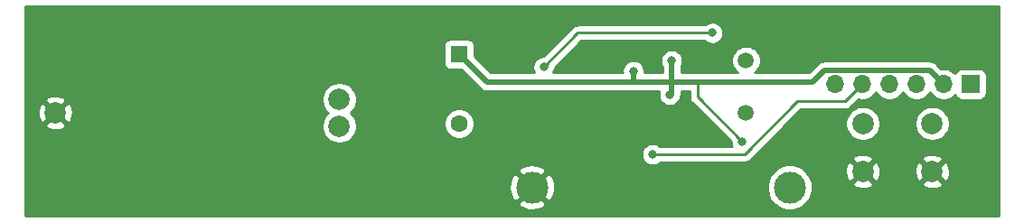
<source format=gbl>
G04 #@! TF.GenerationSoftware,KiCad,Pcbnew,(5.1.9)-1*
G04 #@! TF.CreationDate,2021-06-09T23:23:04+02:00*
G04 #@! TF.ProjectId,window_sensor,77696e64-6f77-45f7-9365-6e736f722e6b,rev?*
G04 #@! TF.SameCoordinates,Original*
G04 #@! TF.FileFunction,Copper,L2,Bot*
G04 #@! TF.FilePolarity,Positive*
%FSLAX46Y46*%
G04 Gerber Fmt 4.6, Leading zero omitted, Abs format (unit mm)*
G04 Created by KiCad (PCBNEW (5.1.9)-1) date 2021-06-09 23:23:04*
%MOMM*%
%LPD*%
G01*
G04 APERTURE LIST*
G04 #@! TA.AperFunction,ComponentPad*
%ADD10O,1.700000X1.700000*%
G04 #@! TD*
G04 #@! TA.AperFunction,ComponentPad*
%ADD11R,1.700000X1.700000*%
G04 #@! TD*
G04 #@! TA.AperFunction,ComponentPad*
%ADD12C,2.000000*%
G04 #@! TD*
G04 #@! TA.AperFunction,ComponentPad*
%ADD13C,1.500000*%
G04 #@! TD*
G04 #@! TA.AperFunction,ComponentPad*
%ADD14C,3.000000*%
G04 #@! TD*
G04 #@! TA.AperFunction,ComponentPad*
%ADD15C,1.600000*%
G04 #@! TD*
G04 #@! TA.AperFunction,ComponentPad*
%ADD16R,1.600000X1.600000*%
G04 #@! TD*
G04 #@! TA.AperFunction,ViaPad*
%ADD17C,0.800000*%
G04 #@! TD*
G04 #@! TA.AperFunction,Conductor*
%ADD18C,0.500000*%
G04 #@! TD*
G04 #@! TA.AperFunction,Conductor*
%ADD19C,0.250000*%
G04 #@! TD*
G04 #@! TA.AperFunction,Conductor*
%ADD20C,0.254000*%
G04 #@! TD*
G04 #@! TA.AperFunction,Conductor*
%ADD21C,0.100000*%
G04 #@! TD*
G04 APERTURE END LIST*
D10*
X163500000Y-77000000D03*
X166040000Y-77000000D03*
X168580000Y-77000000D03*
X171120000Y-77000000D03*
X173660000Y-77000000D03*
D11*
X176200000Y-77000000D03*
D12*
X90459000Y-79692500D03*
X117059000Y-80942500D03*
X117059000Y-78442500D03*
D13*
X155146500Y-79669000D03*
X155146500Y-74789000D03*
D12*
X166100000Y-85200000D03*
X166100000Y-80700000D03*
X172600000Y-85200000D03*
X172600000Y-80700000D03*
D14*
X135126000Y-86689000D03*
X159256000Y-86689000D03*
D15*
X128270000Y-80700000D03*
D16*
X128270000Y-74200000D03*
D17*
X145200000Y-78800000D03*
X126200000Y-76200000D03*
X162400000Y-73400000D03*
X146400000Y-75200000D03*
X134000000Y-72800000D03*
X172200000Y-72400000D03*
X148200000Y-74800000D03*
X148000040Y-78000000D03*
X154800000Y-82400000D03*
X144600000Y-75800000D03*
X146400000Y-83600000D03*
X152000000Y-72200000D03*
X136200000Y-75400000D03*
D18*
X148200000Y-77800040D02*
X148000040Y-78000000D01*
X148200000Y-74800000D02*
X148200000Y-76800000D01*
X148200000Y-76800000D02*
X148200000Y-77800040D01*
X144600000Y-75800000D02*
X144600000Y-76600000D01*
X144600000Y-76600000D02*
X144800000Y-76800000D01*
X148200000Y-76800000D02*
X144800000Y-76800000D01*
X130870000Y-76800000D02*
X128270000Y-74200000D01*
X144800000Y-76800000D02*
X130870000Y-76800000D01*
D19*
X150600000Y-78200000D02*
X150600000Y-76800000D01*
D18*
X150600000Y-76800000D02*
X148200000Y-76800000D01*
D19*
X150600000Y-78200000D02*
X154800000Y-82400000D01*
D18*
X161400000Y-76800000D02*
X150600000Y-76800000D01*
X162500001Y-75699999D02*
X161400000Y-76800000D01*
X172359999Y-75699999D02*
X162500001Y-75699999D01*
X173660000Y-77000000D02*
X172359999Y-75699999D01*
D19*
X164420000Y-78620000D02*
X166040000Y-77000000D01*
X159980000Y-78620000D02*
X164420000Y-78620000D01*
X155000000Y-83600000D02*
X159980000Y-78620000D01*
X146400000Y-83600000D02*
X155000000Y-83600000D01*
X139400000Y-72200000D02*
X136200000Y-75400000D01*
X152000000Y-72200000D02*
X139400000Y-72200000D01*
D20*
X178815001Y-89315000D02*
X87685000Y-89315000D01*
X87685000Y-88180653D01*
X133813952Y-88180653D01*
X133969962Y-88496214D01*
X134344745Y-88687020D01*
X134749551Y-88801044D01*
X135168824Y-88833902D01*
X135586451Y-88784334D01*
X135986383Y-88654243D01*
X136282038Y-88496214D01*
X136438048Y-88180653D01*
X135126000Y-86868605D01*
X133813952Y-88180653D01*
X87685000Y-88180653D01*
X87685000Y-86731824D01*
X132981098Y-86731824D01*
X133030666Y-87149451D01*
X133160757Y-87549383D01*
X133318786Y-87845038D01*
X133634347Y-88001048D01*
X134946395Y-86689000D01*
X135305605Y-86689000D01*
X136617653Y-88001048D01*
X136933214Y-87845038D01*
X137124020Y-87470255D01*
X137238044Y-87065449D01*
X137270902Y-86646176D01*
X137251027Y-86478721D01*
X157121000Y-86478721D01*
X157121000Y-86899279D01*
X157203047Y-87311756D01*
X157363988Y-87700302D01*
X157597637Y-88049983D01*
X157895017Y-88347363D01*
X158244698Y-88581012D01*
X158633244Y-88741953D01*
X159045721Y-88824000D01*
X159466279Y-88824000D01*
X159878756Y-88741953D01*
X160267302Y-88581012D01*
X160616983Y-88347363D01*
X160914363Y-88049983D01*
X161148012Y-87700302D01*
X161308953Y-87311756D01*
X161391000Y-86899279D01*
X161391000Y-86478721D01*
X161362495Y-86335413D01*
X165144192Y-86335413D01*
X165239956Y-86599814D01*
X165529571Y-86740704D01*
X165841108Y-86822384D01*
X166162595Y-86841718D01*
X166481675Y-86797961D01*
X166786088Y-86692795D01*
X166960044Y-86599814D01*
X167055808Y-86335413D01*
X171644192Y-86335413D01*
X171739956Y-86599814D01*
X172029571Y-86740704D01*
X172341108Y-86822384D01*
X172662595Y-86841718D01*
X172981675Y-86797961D01*
X173286088Y-86692795D01*
X173460044Y-86599814D01*
X173555808Y-86335413D01*
X172600000Y-85379605D01*
X171644192Y-86335413D01*
X167055808Y-86335413D01*
X166100000Y-85379605D01*
X165144192Y-86335413D01*
X161362495Y-86335413D01*
X161308953Y-86066244D01*
X161148012Y-85677698D01*
X160914363Y-85328017D01*
X160848941Y-85262595D01*
X164458282Y-85262595D01*
X164502039Y-85581675D01*
X164607205Y-85886088D01*
X164700186Y-86060044D01*
X164964587Y-86155808D01*
X165920395Y-85200000D01*
X166279605Y-85200000D01*
X167235413Y-86155808D01*
X167499814Y-86060044D01*
X167640704Y-85770429D01*
X167722384Y-85458892D01*
X167734189Y-85262595D01*
X170958282Y-85262595D01*
X171002039Y-85581675D01*
X171107205Y-85886088D01*
X171200186Y-86060044D01*
X171464587Y-86155808D01*
X172420395Y-85200000D01*
X172779605Y-85200000D01*
X173735413Y-86155808D01*
X173999814Y-86060044D01*
X174140704Y-85770429D01*
X174222384Y-85458892D01*
X174241718Y-85137405D01*
X174197961Y-84818325D01*
X174092795Y-84513912D01*
X173999814Y-84339956D01*
X173735413Y-84244192D01*
X172779605Y-85200000D01*
X172420395Y-85200000D01*
X171464587Y-84244192D01*
X171200186Y-84339956D01*
X171059296Y-84629571D01*
X170977616Y-84941108D01*
X170958282Y-85262595D01*
X167734189Y-85262595D01*
X167741718Y-85137405D01*
X167697961Y-84818325D01*
X167592795Y-84513912D01*
X167499814Y-84339956D01*
X167235413Y-84244192D01*
X166279605Y-85200000D01*
X165920395Y-85200000D01*
X164964587Y-84244192D01*
X164700186Y-84339956D01*
X164559296Y-84629571D01*
X164477616Y-84941108D01*
X164458282Y-85262595D01*
X160848941Y-85262595D01*
X160616983Y-85030637D01*
X160267302Y-84796988D01*
X159878756Y-84636047D01*
X159466279Y-84554000D01*
X159045721Y-84554000D01*
X158633244Y-84636047D01*
X158244698Y-84796988D01*
X157895017Y-85030637D01*
X157597637Y-85328017D01*
X157363988Y-85677698D01*
X157203047Y-86066244D01*
X157121000Y-86478721D01*
X137251027Y-86478721D01*
X137221334Y-86228549D01*
X137091243Y-85828617D01*
X136933214Y-85532962D01*
X136617653Y-85376952D01*
X135305605Y-86689000D01*
X134946395Y-86689000D01*
X133634347Y-85376952D01*
X133318786Y-85532962D01*
X133127980Y-85907745D01*
X133013956Y-86312551D01*
X132981098Y-86731824D01*
X87685000Y-86731824D01*
X87685000Y-85197347D01*
X133813952Y-85197347D01*
X135126000Y-86509395D01*
X136438048Y-85197347D01*
X136282038Y-84881786D01*
X135907255Y-84690980D01*
X135502449Y-84576956D01*
X135083176Y-84544098D01*
X134665549Y-84593666D01*
X134265617Y-84723757D01*
X133969962Y-84881786D01*
X133813952Y-85197347D01*
X87685000Y-85197347D01*
X87685000Y-80827913D01*
X89503192Y-80827913D01*
X89598956Y-81092314D01*
X89888571Y-81233204D01*
X90200108Y-81314884D01*
X90521595Y-81334218D01*
X90840675Y-81290461D01*
X91145088Y-81185295D01*
X91319044Y-81092314D01*
X91414808Y-80827913D01*
X90459000Y-79872105D01*
X89503192Y-80827913D01*
X87685000Y-80827913D01*
X87685000Y-79755095D01*
X88817282Y-79755095D01*
X88861039Y-80074175D01*
X88966205Y-80378588D01*
X89059186Y-80552544D01*
X89323587Y-80648308D01*
X90279395Y-79692500D01*
X90638605Y-79692500D01*
X91594413Y-80648308D01*
X91858814Y-80552544D01*
X91999704Y-80262929D01*
X92081384Y-79951392D01*
X92100718Y-79629905D01*
X92056961Y-79310825D01*
X91951795Y-79006412D01*
X91858814Y-78832456D01*
X91594413Y-78736692D01*
X90638605Y-79692500D01*
X90279395Y-79692500D01*
X89323587Y-78736692D01*
X89059186Y-78832456D01*
X88918296Y-79122071D01*
X88836616Y-79433608D01*
X88817282Y-79755095D01*
X87685000Y-79755095D01*
X87685000Y-78557087D01*
X89503192Y-78557087D01*
X90459000Y-79512895D01*
X91414808Y-78557087D01*
X91319044Y-78292686D01*
X91295983Y-78281467D01*
X115424000Y-78281467D01*
X115424000Y-78603533D01*
X115486832Y-78919412D01*
X115610082Y-79216963D01*
X115789013Y-79484752D01*
X115996761Y-79692500D01*
X115789013Y-79900248D01*
X115610082Y-80168037D01*
X115486832Y-80465588D01*
X115424000Y-80781467D01*
X115424000Y-81103533D01*
X115486832Y-81419412D01*
X115610082Y-81716963D01*
X115789013Y-81984752D01*
X116016748Y-82212487D01*
X116284537Y-82391418D01*
X116582088Y-82514668D01*
X116897967Y-82577500D01*
X117220033Y-82577500D01*
X117535912Y-82514668D01*
X117833463Y-82391418D01*
X118101252Y-82212487D01*
X118328987Y-81984752D01*
X118507918Y-81716963D01*
X118631168Y-81419412D01*
X118694000Y-81103533D01*
X118694000Y-80781467D01*
X118649683Y-80558665D01*
X126835000Y-80558665D01*
X126835000Y-80841335D01*
X126890147Y-81118574D01*
X126998320Y-81379727D01*
X127155363Y-81614759D01*
X127355241Y-81814637D01*
X127590273Y-81971680D01*
X127851426Y-82079853D01*
X128128665Y-82135000D01*
X128411335Y-82135000D01*
X128688574Y-82079853D01*
X128949727Y-81971680D01*
X129184759Y-81814637D01*
X129384637Y-81614759D01*
X129541680Y-81379727D01*
X129649853Y-81118574D01*
X129705000Y-80841335D01*
X129705000Y-80558665D01*
X129649853Y-80281426D01*
X129541680Y-80020273D01*
X129384637Y-79785241D01*
X129184759Y-79585363D01*
X128949727Y-79428320D01*
X128688574Y-79320147D01*
X128411335Y-79265000D01*
X128128665Y-79265000D01*
X127851426Y-79320147D01*
X127590273Y-79428320D01*
X127355241Y-79585363D01*
X127155363Y-79785241D01*
X126998320Y-80020273D01*
X126890147Y-80281426D01*
X126835000Y-80558665D01*
X118649683Y-80558665D01*
X118631168Y-80465588D01*
X118507918Y-80168037D01*
X118328987Y-79900248D01*
X118121239Y-79692500D01*
X118328987Y-79484752D01*
X118507918Y-79216963D01*
X118631168Y-78919412D01*
X118694000Y-78603533D01*
X118694000Y-78281467D01*
X118631168Y-77965588D01*
X118507918Y-77668037D01*
X118328987Y-77400248D01*
X118101252Y-77172513D01*
X117833463Y-76993582D01*
X117535912Y-76870332D01*
X117220033Y-76807500D01*
X116897967Y-76807500D01*
X116582088Y-76870332D01*
X116284537Y-76993582D01*
X116016748Y-77172513D01*
X115789013Y-77400248D01*
X115610082Y-77668037D01*
X115486832Y-77965588D01*
X115424000Y-78281467D01*
X91295983Y-78281467D01*
X91029429Y-78151796D01*
X90717892Y-78070116D01*
X90396405Y-78050782D01*
X90077325Y-78094539D01*
X89772912Y-78199705D01*
X89598956Y-78292686D01*
X89503192Y-78557087D01*
X87685000Y-78557087D01*
X87685000Y-73400000D01*
X126831928Y-73400000D01*
X126831928Y-75000000D01*
X126844188Y-75124482D01*
X126880498Y-75244180D01*
X126939463Y-75354494D01*
X127018815Y-75451185D01*
X127115506Y-75530537D01*
X127225820Y-75589502D01*
X127345518Y-75625812D01*
X127470000Y-75638072D01*
X128456494Y-75638072D01*
X130213470Y-77395049D01*
X130241183Y-77428817D01*
X130274951Y-77456530D01*
X130274953Y-77456532D01*
X130314859Y-77489282D01*
X130375941Y-77539411D01*
X130529687Y-77621589D01*
X130696510Y-77672195D01*
X130826523Y-77685000D01*
X130826533Y-77685000D01*
X130869999Y-77689281D01*
X130913465Y-77685000D01*
X144756531Y-77685000D01*
X144800000Y-77689281D01*
X144843469Y-77685000D01*
X147010241Y-77685000D01*
X147004814Y-77698102D01*
X146965040Y-77898061D01*
X146965040Y-78101939D01*
X147004814Y-78301898D01*
X147082835Y-78490256D01*
X147196103Y-78659774D01*
X147340266Y-78803937D01*
X147509784Y-78917205D01*
X147698142Y-78995226D01*
X147898101Y-79035000D01*
X148101979Y-79035000D01*
X148301938Y-78995226D01*
X148490296Y-78917205D01*
X148659814Y-78803937D01*
X148803977Y-78659774D01*
X148917245Y-78490256D01*
X148995266Y-78301898D01*
X149035040Y-78101939D01*
X149035040Y-78096012D01*
X149072195Y-77973530D01*
X149085000Y-77843517D01*
X149085000Y-77843507D01*
X149089281Y-77800041D01*
X149085000Y-77756575D01*
X149085000Y-77685000D01*
X149840000Y-77685000D01*
X149840000Y-78162677D01*
X149836324Y-78200000D01*
X149840000Y-78237322D01*
X149840000Y-78237332D01*
X149850997Y-78348985D01*
X149888014Y-78471015D01*
X149894454Y-78492246D01*
X149965026Y-78624276D01*
X149968753Y-78628817D01*
X150059999Y-78740001D01*
X150089003Y-78763804D01*
X153765000Y-82439802D01*
X153765000Y-82501939D01*
X153804774Y-82701898D01*
X153861978Y-82840000D01*
X147103711Y-82840000D01*
X147059774Y-82796063D01*
X146890256Y-82682795D01*
X146701898Y-82604774D01*
X146501939Y-82565000D01*
X146298061Y-82565000D01*
X146098102Y-82604774D01*
X145909744Y-82682795D01*
X145740226Y-82796063D01*
X145596063Y-82940226D01*
X145482795Y-83109744D01*
X145404774Y-83298102D01*
X145365000Y-83498061D01*
X145365000Y-83701939D01*
X145404774Y-83901898D01*
X145482795Y-84090256D01*
X145596063Y-84259774D01*
X145740226Y-84403937D01*
X145909744Y-84517205D01*
X146098102Y-84595226D01*
X146298061Y-84635000D01*
X146501939Y-84635000D01*
X146701898Y-84595226D01*
X146890256Y-84517205D01*
X147059774Y-84403937D01*
X147103711Y-84360000D01*
X154962678Y-84360000D01*
X155000000Y-84363676D01*
X155037322Y-84360000D01*
X155037333Y-84360000D01*
X155148986Y-84349003D01*
X155292247Y-84305546D01*
X155424276Y-84234974D01*
X155540001Y-84140001D01*
X155563804Y-84110997D01*
X155610214Y-84064587D01*
X165144192Y-84064587D01*
X166100000Y-85020395D01*
X167055808Y-84064587D01*
X171644192Y-84064587D01*
X172600000Y-85020395D01*
X173555808Y-84064587D01*
X173460044Y-83800186D01*
X173170429Y-83659296D01*
X172858892Y-83577616D01*
X172537405Y-83558282D01*
X172218325Y-83602039D01*
X171913912Y-83707205D01*
X171739956Y-83800186D01*
X171644192Y-84064587D01*
X167055808Y-84064587D01*
X166960044Y-83800186D01*
X166670429Y-83659296D01*
X166358892Y-83577616D01*
X166037405Y-83558282D01*
X165718325Y-83602039D01*
X165413912Y-83707205D01*
X165239956Y-83800186D01*
X165144192Y-84064587D01*
X155610214Y-84064587D01*
X159135834Y-80538967D01*
X164465000Y-80538967D01*
X164465000Y-80861033D01*
X164527832Y-81176912D01*
X164651082Y-81474463D01*
X164830013Y-81742252D01*
X165057748Y-81969987D01*
X165325537Y-82148918D01*
X165623088Y-82272168D01*
X165938967Y-82335000D01*
X166261033Y-82335000D01*
X166576912Y-82272168D01*
X166874463Y-82148918D01*
X167142252Y-81969987D01*
X167369987Y-81742252D01*
X167548918Y-81474463D01*
X167672168Y-81176912D01*
X167735000Y-80861033D01*
X167735000Y-80538967D01*
X170965000Y-80538967D01*
X170965000Y-80861033D01*
X171027832Y-81176912D01*
X171151082Y-81474463D01*
X171330013Y-81742252D01*
X171557748Y-81969987D01*
X171825537Y-82148918D01*
X172123088Y-82272168D01*
X172438967Y-82335000D01*
X172761033Y-82335000D01*
X173076912Y-82272168D01*
X173374463Y-82148918D01*
X173642252Y-81969987D01*
X173869987Y-81742252D01*
X174048918Y-81474463D01*
X174172168Y-81176912D01*
X174235000Y-80861033D01*
X174235000Y-80538967D01*
X174172168Y-80223088D01*
X174048918Y-79925537D01*
X173869987Y-79657748D01*
X173642252Y-79430013D01*
X173374463Y-79251082D01*
X173076912Y-79127832D01*
X172761033Y-79065000D01*
X172438967Y-79065000D01*
X172123088Y-79127832D01*
X171825537Y-79251082D01*
X171557748Y-79430013D01*
X171330013Y-79657748D01*
X171151082Y-79925537D01*
X171027832Y-80223088D01*
X170965000Y-80538967D01*
X167735000Y-80538967D01*
X167672168Y-80223088D01*
X167548918Y-79925537D01*
X167369987Y-79657748D01*
X167142252Y-79430013D01*
X166874463Y-79251082D01*
X166576912Y-79127832D01*
X166261033Y-79065000D01*
X165938967Y-79065000D01*
X165623088Y-79127832D01*
X165325537Y-79251082D01*
X165057748Y-79430013D01*
X164830013Y-79657748D01*
X164651082Y-79925537D01*
X164527832Y-80223088D01*
X164465000Y-80538967D01*
X159135834Y-80538967D01*
X160294802Y-79380000D01*
X164382678Y-79380000D01*
X164420000Y-79383676D01*
X164457322Y-79380000D01*
X164457333Y-79380000D01*
X164568986Y-79369003D01*
X164712247Y-79325546D01*
X164844276Y-79254974D01*
X164960001Y-79160001D01*
X164983804Y-79130997D01*
X165673592Y-78441209D01*
X165893740Y-78485000D01*
X166186260Y-78485000D01*
X166473158Y-78427932D01*
X166743411Y-78315990D01*
X166986632Y-78153475D01*
X167193475Y-77946632D01*
X167310000Y-77772240D01*
X167426525Y-77946632D01*
X167633368Y-78153475D01*
X167876589Y-78315990D01*
X168146842Y-78427932D01*
X168433740Y-78485000D01*
X168726260Y-78485000D01*
X169013158Y-78427932D01*
X169283411Y-78315990D01*
X169526632Y-78153475D01*
X169733475Y-77946632D01*
X169850000Y-77772240D01*
X169966525Y-77946632D01*
X170173368Y-78153475D01*
X170416589Y-78315990D01*
X170686842Y-78427932D01*
X170973740Y-78485000D01*
X171266260Y-78485000D01*
X171553158Y-78427932D01*
X171823411Y-78315990D01*
X172066632Y-78153475D01*
X172273475Y-77946632D01*
X172390000Y-77772240D01*
X172506525Y-77946632D01*
X172713368Y-78153475D01*
X172956589Y-78315990D01*
X173226842Y-78427932D01*
X173513740Y-78485000D01*
X173806260Y-78485000D01*
X174093158Y-78427932D01*
X174363411Y-78315990D01*
X174606632Y-78153475D01*
X174738487Y-78021620D01*
X174760498Y-78094180D01*
X174819463Y-78204494D01*
X174898815Y-78301185D01*
X174995506Y-78380537D01*
X175105820Y-78439502D01*
X175225518Y-78475812D01*
X175350000Y-78488072D01*
X177050000Y-78488072D01*
X177174482Y-78475812D01*
X177294180Y-78439502D01*
X177404494Y-78380537D01*
X177501185Y-78301185D01*
X177580537Y-78204494D01*
X177639502Y-78094180D01*
X177675812Y-77974482D01*
X177688072Y-77850000D01*
X177688072Y-76150000D01*
X177675812Y-76025518D01*
X177639502Y-75905820D01*
X177580537Y-75795506D01*
X177501185Y-75698815D01*
X177404494Y-75619463D01*
X177294180Y-75560498D01*
X177174482Y-75524188D01*
X177050000Y-75511928D01*
X175350000Y-75511928D01*
X175225518Y-75524188D01*
X175105820Y-75560498D01*
X174995506Y-75619463D01*
X174898815Y-75698815D01*
X174819463Y-75795506D01*
X174760498Y-75905820D01*
X174738487Y-75978380D01*
X174606632Y-75846525D01*
X174363411Y-75684010D01*
X174093158Y-75572068D01*
X173806260Y-75515000D01*
X173513740Y-75515000D01*
X173441039Y-75529461D01*
X173016533Y-75104955D01*
X172988816Y-75071182D01*
X172854058Y-74960588D01*
X172700312Y-74878410D01*
X172533489Y-74827804D01*
X172403476Y-74814999D01*
X172403468Y-74814999D01*
X172359999Y-74810718D01*
X172316530Y-74814999D01*
X162543466Y-74814999D01*
X162500000Y-74810718D01*
X162456534Y-74814999D01*
X162456524Y-74814999D01*
X162326511Y-74827804D01*
X162159688Y-74878410D01*
X162005942Y-74960588D01*
X162005940Y-74960589D01*
X162005941Y-74960589D01*
X161904954Y-75043467D01*
X161904952Y-75043469D01*
X161871184Y-75071182D01*
X161843471Y-75104950D01*
X161033422Y-75915000D01*
X155954255Y-75915000D01*
X156029386Y-75864799D01*
X156222299Y-75671886D01*
X156373871Y-75445043D01*
X156478275Y-75192989D01*
X156531500Y-74925411D01*
X156531500Y-74652589D01*
X156478275Y-74385011D01*
X156373871Y-74132957D01*
X156222299Y-73906114D01*
X156029386Y-73713201D01*
X155802543Y-73561629D01*
X155550489Y-73457225D01*
X155282911Y-73404000D01*
X155010089Y-73404000D01*
X154742511Y-73457225D01*
X154490457Y-73561629D01*
X154263614Y-73713201D01*
X154070701Y-73906114D01*
X153919129Y-74132957D01*
X153814725Y-74385011D01*
X153761500Y-74652589D01*
X153761500Y-74925411D01*
X153814725Y-75192989D01*
X153919129Y-75445043D01*
X154070701Y-75671886D01*
X154263614Y-75864799D01*
X154338745Y-75915000D01*
X149085000Y-75915000D01*
X149085000Y-75338454D01*
X149117205Y-75290256D01*
X149195226Y-75101898D01*
X149235000Y-74901939D01*
X149235000Y-74698061D01*
X149195226Y-74498102D01*
X149117205Y-74309744D01*
X149003937Y-74140226D01*
X148859774Y-73996063D01*
X148690256Y-73882795D01*
X148501898Y-73804774D01*
X148301939Y-73765000D01*
X148098061Y-73765000D01*
X147898102Y-73804774D01*
X147709744Y-73882795D01*
X147540226Y-73996063D01*
X147396063Y-74140226D01*
X147282795Y-74309744D01*
X147204774Y-74498102D01*
X147165000Y-74698061D01*
X147165000Y-74901939D01*
X147204774Y-75101898D01*
X147282795Y-75290256D01*
X147315000Y-75338455D01*
X147315001Y-75915000D01*
X145632402Y-75915000D01*
X145635000Y-75901939D01*
X145635000Y-75698061D01*
X145595226Y-75498102D01*
X145517205Y-75309744D01*
X145403937Y-75140226D01*
X145259774Y-74996063D01*
X145090256Y-74882795D01*
X144901898Y-74804774D01*
X144701939Y-74765000D01*
X144498061Y-74765000D01*
X144298102Y-74804774D01*
X144109744Y-74882795D01*
X143940226Y-74996063D01*
X143796063Y-75140226D01*
X143682795Y-75309744D01*
X143604774Y-75498102D01*
X143565000Y-75698061D01*
X143565000Y-75901939D01*
X143567598Y-75915000D01*
X137100672Y-75915000D01*
X137117205Y-75890256D01*
X137195226Y-75701898D01*
X137235000Y-75501939D01*
X137235000Y-75439801D01*
X139714803Y-72960000D01*
X151296289Y-72960000D01*
X151340226Y-73003937D01*
X151509744Y-73117205D01*
X151698102Y-73195226D01*
X151898061Y-73235000D01*
X152101939Y-73235000D01*
X152301898Y-73195226D01*
X152490256Y-73117205D01*
X152659774Y-73003937D01*
X152803937Y-72859774D01*
X152917205Y-72690256D01*
X152995226Y-72501898D01*
X153035000Y-72301939D01*
X153035000Y-72098061D01*
X152995226Y-71898102D01*
X152917205Y-71709744D01*
X152803937Y-71540226D01*
X152659774Y-71396063D01*
X152490256Y-71282795D01*
X152301898Y-71204774D01*
X152101939Y-71165000D01*
X151898061Y-71165000D01*
X151698102Y-71204774D01*
X151509744Y-71282795D01*
X151340226Y-71396063D01*
X151296289Y-71440000D01*
X139437322Y-71440000D01*
X139399999Y-71436324D01*
X139362676Y-71440000D01*
X139362667Y-71440000D01*
X139251014Y-71450997D01*
X139107753Y-71494454D01*
X138975724Y-71565026D01*
X138975722Y-71565027D01*
X138975723Y-71565027D01*
X138888996Y-71636201D01*
X138888992Y-71636205D01*
X138859999Y-71659999D01*
X138836205Y-71688992D01*
X136160199Y-74365000D01*
X136098061Y-74365000D01*
X135898102Y-74404774D01*
X135709744Y-74482795D01*
X135540226Y-74596063D01*
X135396063Y-74740226D01*
X135282795Y-74909744D01*
X135204774Y-75098102D01*
X135165000Y-75298061D01*
X135165000Y-75501939D01*
X135204774Y-75701898D01*
X135282795Y-75890256D01*
X135299328Y-75915000D01*
X131236579Y-75915000D01*
X129708072Y-74386494D01*
X129708072Y-73400000D01*
X129695812Y-73275518D01*
X129659502Y-73155820D01*
X129600537Y-73045506D01*
X129521185Y-72948815D01*
X129424494Y-72869463D01*
X129314180Y-72810498D01*
X129194482Y-72774188D01*
X129070000Y-72761928D01*
X127470000Y-72761928D01*
X127345518Y-72774188D01*
X127225820Y-72810498D01*
X127115506Y-72869463D01*
X127018815Y-72948815D01*
X126939463Y-73045506D01*
X126880498Y-73155820D01*
X126844188Y-73275518D01*
X126831928Y-73400000D01*
X87685000Y-73400000D01*
X87685000Y-69685000D01*
X178815000Y-69685000D01*
X178815001Y-89315000D01*
G04 #@! TA.AperFunction,Conductor*
D21*
G36*
X178815001Y-89315000D02*
G01*
X87685000Y-89315000D01*
X87685000Y-88180653D01*
X133813952Y-88180653D01*
X133969962Y-88496214D01*
X134344745Y-88687020D01*
X134749551Y-88801044D01*
X135168824Y-88833902D01*
X135586451Y-88784334D01*
X135986383Y-88654243D01*
X136282038Y-88496214D01*
X136438048Y-88180653D01*
X135126000Y-86868605D01*
X133813952Y-88180653D01*
X87685000Y-88180653D01*
X87685000Y-86731824D01*
X132981098Y-86731824D01*
X133030666Y-87149451D01*
X133160757Y-87549383D01*
X133318786Y-87845038D01*
X133634347Y-88001048D01*
X134946395Y-86689000D01*
X135305605Y-86689000D01*
X136617653Y-88001048D01*
X136933214Y-87845038D01*
X137124020Y-87470255D01*
X137238044Y-87065449D01*
X137270902Y-86646176D01*
X137251027Y-86478721D01*
X157121000Y-86478721D01*
X157121000Y-86899279D01*
X157203047Y-87311756D01*
X157363988Y-87700302D01*
X157597637Y-88049983D01*
X157895017Y-88347363D01*
X158244698Y-88581012D01*
X158633244Y-88741953D01*
X159045721Y-88824000D01*
X159466279Y-88824000D01*
X159878756Y-88741953D01*
X160267302Y-88581012D01*
X160616983Y-88347363D01*
X160914363Y-88049983D01*
X161148012Y-87700302D01*
X161308953Y-87311756D01*
X161391000Y-86899279D01*
X161391000Y-86478721D01*
X161362495Y-86335413D01*
X165144192Y-86335413D01*
X165239956Y-86599814D01*
X165529571Y-86740704D01*
X165841108Y-86822384D01*
X166162595Y-86841718D01*
X166481675Y-86797961D01*
X166786088Y-86692795D01*
X166960044Y-86599814D01*
X167055808Y-86335413D01*
X171644192Y-86335413D01*
X171739956Y-86599814D01*
X172029571Y-86740704D01*
X172341108Y-86822384D01*
X172662595Y-86841718D01*
X172981675Y-86797961D01*
X173286088Y-86692795D01*
X173460044Y-86599814D01*
X173555808Y-86335413D01*
X172600000Y-85379605D01*
X171644192Y-86335413D01*
X167055808Y-86335413D01*
X166100000Y-85379605D01*
X165144192Y-86335413D01*
X161362495Y-86335413D01*
X161308953Y-86066244D01*
X161148012Y-85677698D01*
X160914363Y-85328017D01*
X160848941Y-85262595D01*
X164458282Y-85262595D01*
X164502039Y-85581675D01*
X164607205Y-85886088D01*
X164700186Y-86060044D01*
X164964587Y-86155808D01*
X165920395Y-85200000D01*
X166279605Y-85200000D01*
X167235413Y-86155808D01*
X167499814Y-86060044D01*
X167640704Y-85770429D01*
X167722384Y-85458892D01*
X167734189Y-85262595D01*
X170958282Y-85262595D01*
X171002039Y-85581675D01*
X171107205Y-85886088D01*
X171200186Y-86060044D01*
X171464587Y-86155808D01*
X172420395Y-85200000D01*
X172779605Y-85200000D01*
X173735413Y-86155808D01*
X173999814Y-86060044D01*
X174140704Y-85770429D01*
X174222384Y-85458892D01*
X174241718Y-85137405D01*
X174197961Y-84818325D01*
X174092795Y-84513912D01*
X173999814Y-84339956D01*
X173735413Y-84244192D01*
X172779605Y-85200000D01*
X172420395Y-85200000D01*
X171464587Y-84244192D01*
X171200186Y-84339956D01*
X171059296Y-84629571D01*
X170977616Y-84941108D01*
X170958282Y-85262595D01*
X167734189Y-85262595D01*
X167741718Y-85137405D01*
X167697961Y-84818325D01*
X167592795Y-84513912D01*
X167499814Y-84339956D01*
X167235413Y-84244192D01*
X166279605Y-85200000D01*
X165920395Y-85200000D01*
X164964587Y-84244192D01*
X164700186Y-84339956D01*
X164559296Y-84629571D01*
X164477616Y-84941108D01*
X164458282Y-85262595D01*
X160848941Y-85262595D01*
X160616983Y-85030637D01*
X160267302Y-84796988D01*
X159878756Y-84636047D01*
X159466279Y-84554000D01*
X159045721Y-84554000D01*
X158633244Y-84636047D01*
X158244698Y-84796988D01*
X157895017Y-85030637D01*
X157597637Y-85328017D01*
X157363988Y-85677698D01*
X157203047Y-86066244D01*
X157121000Y-86478721D01*
X137251027Y-86478721D01*
X137221334Y-86228549D01*
X137091243Y-85828617D01*
X136933214Y-85532962D01*
X136617653Y-85376952D01*
X135305605Y-86689000D01*
X134946395Y-86689000D01*
X133634347Y-85376952D01*
X133318786Y-85532962D01*
X133127980Y-85907745D01*
X133013956Y-86312551D01*
X132981098Y-86731824D01*
X87685000Y-86731824D01*
X87685000Y-85197347D01*
X133813952Y-85197347D01*
X135126000Y-86509395D01*
X136438048Y-85197347D01*
X136282038Y-84881786D01*
X135907255Y-84690980D01*
X135502449Y-84576956D01*
X135083176Y-84544098D01*
X134665549Y-84593666D01*
X134265617Y-84723757D01*
X133969962Y-84881786D01*
X133813952Y-85197347D01*
X87685000Y-85197347D01*
X87685000Y-80827913D01*
X89503192Y-80827913D01*
X89598956Y-81092314D01*
X89888571Y-81233204D01*
X90200108Y-81314884D01*
X90521595Y-81334218D01*
X90840675Y-81290461D01*
X91145088Y-81185295D01*
X91319044Y-81092314D01*
X91414808Y-80827913D01*
X90459000Y-79872105D01*
X89503192Y-80827913D01*
X87685000Y-80827913D01*
X87685000Y-79755095D01*
X88817282Y-79755095D01*
X88861039Y-80074175D01*
X88966205Y-80378588D01*
X89059186Y-80552544D01*
X89323587Y-80648308D01*
X90279395Y-79692500D01*
X90638605Y-79692500D01*
X91594413Y-80648308D01*
X91858814Y-80552544D01*
X91999704Y-80262929D01*
X92081384Y-79951392D01*
X92100718Y-79629905D01*
X92056961Y-79310825D01*
X91951795Y-79006412D01*
X91858814Y-78832456D01*
X91594413Y-78736692D01*
X90638605Y-79692500D01*
X90279395Y-79692500D01*
X89323587Y-78736692D01*
X89059186Y-78832456D01*
X88918296Y-79122071D01*
X88836616Y-79433608D01*
X88817282Y-79755095D01*
X87685000Y-79755095D01*
X87685000Y-78557087D01*
X89503192Y-78557087D01*
X90459000Y-79512895D01*
X91414808Y-78557087D01*
X91319044Y-78292686D01*
X91295983Y-78281467D01*
X115424000Y-78281467D01*
X115424000Y-78603533D01*
X115486832Y-78919412D01*
X115610082Y-79216963D01*
X115789013Y-79484752D01*
X115996761Y-79692500D01*
X115789013Y-79900248D01*
X115610082Y-80168037D01*
X115486832Y-80465588D01*
X115424000Y-80781467D01*
X115424000Y-81103533D01*
X115486832Y-81419412D01*
X115610082Y-81716963D01*
X115789013Y-81984752D01*
X116016748Y-82212487D01*
X116284537Y-82391418D01*
X116582088Y-82514668D01*
X116897967Y-82577500D01*
X117220033Y-82577500D01*
X117535912Y-82514668D01*
X117833463Y-82391418D01*
X118101252Y-82212487D01*
X118328987Y-81984752D01*
X118507918Y-81716963D01*
X118631168Y-81419412D01*
X118694000Y-81103533D01*
X118694000Y-80781467D01*
X118649683Y-80558665D01*
X126835000Y-80558665D01*
X126835000Y-80841335D01*
X126890147Y-81118574D01*
X126998320Y-81379727D01*
X127155363Y-81614759D01*
X127355241Y-81814637D01*
X127590273Y-81971680D01*
X127851426Y-82079853D01*
X128128665Y-82135000D01*
X128411335Y-82135000D01*
X128688574Y-82079853D01*
X128949727Y-81971680D01*
X129184759Y-81814637D01*
X129384637Y-81614759D01*
X129541680Y-81379727D01*
X129649853Y-81118574D01*
X129705000Y-80841335D01*
X129705000Y-80558665D01*
X129649853Y-80281426D01*
X129541680Y-80020273D01*
X129384637Y-79785241D01*
X129184759Y-79585363D01*
X128949727Y-79428320D01*
X128688574Y-79320147D01*
X128411335Y-79265000D01*
X128128665Y-79265000D01*
X127851426Y-79320147D01*
X127590273Y-79428320D01*
X127355241Y-79585363D01*
X127155363Y-79785241D01*
X126998320Y-80020273D01*
X126890147Y-80281426D01*
X126835000Y-80558665D01*
X118649683Y-80558665D01*
X118631168Y-80465588D01*
X118507918Y-80168037D01*
X118328987Y-79900248D01*
X118121239Y-79692500D01*
X118328987Y-79484752D01*
X118507918Y-79216963D01*
X118631168Y-78919412D01*
X118694000Y-78603533D01*
X118694000Y-78281467D01*
X118631168Y-77965588D01*
X118507918Y-77668037D01*
X118328987Y-77400248D01*
X118101252Y-77172513D01*
X117833463Y-76993582D01*
X117535912Y-76870332D01*
X117220033Y-76807500D01*
X116897967Y-76807500D01*
X116582088Y-76870332D01*
X116284537Y-76993582D01*
X116016748Y-77172513D01*
X115789013Y-77400248D01*
X115610082Y-77668037D01*
X115486832Y-77965588D01*
X115424000Y-78281467D01*
X91295983Y-78281467D01*
X91029429Y-78151796D01*
X90717892Y-78070116D01*
X90396405Y-78050782D01*
X90077325Y-78094539D01*
X89772912Y-78199705D01*
X89598956Y-78292686D01*
X89503192Y-78557087D01*
X87685000Y-78557087D01*
X87685000Y-73400000D01*
X126831928Y-73400000D01*
X126831928Y-75000000D01*
X126844188Y-75124482D01*
X126880498Y-75244180D01*
X126939463Y-75354494D01*
X127018815Y-75451185D01*
X127115506Y-75530537D01*
X127225820Y-75589502D01*
X127345518Y-75625812D01*
X127470000Y-75638072D01*
X128456494Y-75638072D01*
X130213470Y-77395049D01*
X130241183Y-77428817D01*
X130274951Y-77456530D01*
X130274953Y-77456532D01*
X130314859Y-77489282D01*
X130375941Y-77539411D01*
X130529687Y-77621589D01*
X130696510Y-77672195D01*
X130826523Y-77685000D01*
X130826533Y-77685000D01*
X130869999Y-77689281D01*
X130913465Y-77685000D01*
X144756531Y-77685000D01*
X144800000Y-77689281D01*
X144843469Y-77685000D01*
X147010241Y-77685000D01*
X147004814Y-77698102D01*
X146965040Y-77898061D01*
X146965040Y-78101939D01*
X147004814Y-78301898D01*
X147082835Y-78490256D01*
X147196103Y-78659774D01*
X147340266Y-78803937D01*
X147509784Y-78917205D01*
X147698142Y-78995226D01*
X147898101Y-79035000D01*
X148101979Y-79035000D01*
X148301938Y-78995226D01*
X148490296Y-78917205D01*
X148659814Y-78803937D01*
X148803977Y-78659774D01*
X148917245Y-78490256D01*
X148995266Y-78301898D01*
X149035040Y-78101939D01*
X149035040Y-78096012D01*
X149072195Y-77973530D01*
X149085000Y-77843517D01*
X149085000Y-77843507D01*
X149089281Y-77800041D01*
X149085000Y-77756575D01*
X149085000Y-77685000D01*
X149840000Y-77685000D01*
X149840000Y-78162677D01*
X149836324Y-78200000D01*
X149840000Y-78237322D01*
X149840000Y-78237332D01*
X149850997Y-78348985D01*
X149888014Y-78471015D01*
X149894454Y-78492246D01*
X149965026Y-78624276D01*
X149968753Y-78628817D01*
X150059999Y-78740001D01*
X150089003Y-78763804D01*
X153765000Y-82439802D01*
X153765000Y-82501939D01*
X153804774Y-82701898D01*
X153861978Y-82840000D01*
X147103711Y-82840000D01*
X147059774Y-82796063D01*
X146890256Y-82682795D01*
X146701898Y-82604774D01*
X146501939Y-82565000D01*
X146298061Y-82565000D01*
X146098102Y-82604774D01*
X145909744Y-82682795D01*
X145740226Y-82796063D01*
X145596063Y-82940226D01*
X145482795Y-83109744D01*
X145404774Y-83298102D01*
X145365000Y-83498061D01*
X145365000Y-83701939D01*
X145404774Y-83901898D01*
X145482795Y-84090256D01*
X145596063Y-84259774D01*
X145740226Y-84403937D01*
X145909744Y-84517205D01*
X146098102Y-84595226D01*
X146298061Y-84635000D01*
X146501939Y-84635000D01*
X146701898Y-84595226D01*
X146890256Y-84517205D01*
X147059774Y-84403937D01*
X147103711Y-84360000D01*
X154962678Y-84360000D01*
X155000000Y-84363676D01*
X155037322Y-84360000D01*
X155037333Y-84360000D01*
X155148986Y-84349003D01*
X155292247Y-84305546D01*
X155424276Y-84234974D01*
X155540001Y-84140001D01*
X155563804Y-84110997D01*
X155610214Y-84064587D01*
X165144192Y-84064587D01*
X166100000Y-85020395D01*
X167055808Y-84064587D01*
X171644192Y-84064587D01*
X172600000Y-85020395D01*
X173555808Y-84064587D01*
X173460044Y-83800186D01*
X173170429Y-83659296D01*
X172858892Y-83577616D01*
X172537405Y-83558282D01*
X172218325Y-83602039D01*
X171913912Y-83707205D01*
X171739956Y-83800186D01*
X171644192Y-84064587D01*
X167055808Y-84064587D01*
X166960044Y-83800186D01*
X166670429Y-83659296D01*
X166358892Y-83577616D01*
X166037405Y-83558282D01*
X165718325Y-83602039D01*
X165413912Y-83707205D01*
X165239956Y-83800186D01*
X165144192Y-84064587D01*
X155610214Y-84064587D01*
X159135834Y-80538967D01*
X164465000Y-80538967D01*
X164465000Y-80861033D01*
X164527832Y-81176912D01*
X164651082Y-81474463D01*
X164830013Y-81742252D01*
X165057748Y-81969987D01*
X165325537Y-82148918D01*
X165623088Y-82272168D01*
X165938967Y-82335000D01*
X166261033Y-82335000D01*
X166576912Y-82272168D01*
X166874463Y-82148918D01*
X167142252Y-81969987D01*
X167369987Y-81742252D01*
X167548918Y-81474463D01*
X167672168Y-81176912D01*
X167735000Y-80861033D01*
X167735000Y-80538967D01*
X170965000Y-80538967D01*
X170965000Y-80861033D01*
X171027832Y-81176912D01*
X171151082Y-81474463D01*
X171330013Y-81742252D01*
X171557748Y-81969987D01*
X171825537Y-82148918D01*
X172123088Y-82272168D01*
X172438967Y-82335000D01*
X172761033Y-82335000D01*
X173076912Y-82272168D01*
X173374463Y-82148918D01*
X173642252Y-81969987D01*
X173869987Y-81742252D01*
X174048918Y-81474463D01*
X174172168Y-81176912D01*
X174235000Y-80861033D01*
X174235000Y-80538967D01*
X174172168Y-80223088D01*
X174048918Y-79925537D01*
X173869987Y-79657748D01*
X173642252Y-79430013D01*
X173374463Y-79251082D01*
X173076912Y-79127832D01*
X172761033Y-79065000D01*
X172438967Y-79065000D01*
X172123088Y-79127832D01*
X171825537Y-79251082D01*
X171557748Y-79430013D01*
X171330013Y-79657748D01*
X171151082Y-79925537D01*
X171027832Y-80223088D01*
X170965000Y-80538967D01*
X167735000Y-80538967D01*
X167672168Y-80223088D01*
X167548918Y-79925537D01*
X167369987Y-79657748D01*
X167142252Y-79430013D01*
X166874463Y-79251082D01*
X166576912Y-79127832D01*
X166261033Y-79065000D01*
X165938967Y-79065000D01*
X165623088Y-79127832D01*
X165325537Y-79251082D01*
X165057748Y-79430013D01*
X164830013Y-79657748D01*
X164651082Y-79925537D01*
X164527832Y-80223088D01*
X164465000Y-80538967D01*
X159135834Y-80538967D01*
X160294802Y-79380000D01*
X164382678Y-79380000D01*
X164420000Y-79383676D01*
X164457322Y-79380000D01*
X164457333Y-79380000D01*
X164568986Y-79369003D01*
X164712247Y-79325546D01*
X164844276Y-79254974D01*
X164960001Y-79160001D01*
X164983804Y-79130997D01*
X165673592Y-78441209D01*
X165893740Y-78485000D01*
X166186260Y-78485000D01*
X166473158Y-78427932D01*
X166743411Y-78315990D01*
X166986632Y-78153475D01*
X167193475Y-77946632D01*
X167310000Y-77772240D01*
X167426525Y-77946632D01*
X167633368Y-78153475D01*
X167876589Y-78315990D01*
X168146842Y-78427932D01*
X168433740Y-78485000D01*
X168726260Y-78485000D01*
X169013158Y-78427932D01*
X169283411Y-78315990D01*
X169526632Y-78153475D01*
X169733475Y-77946632D01*
X169850000Y-77772240D01*
X169966525Y-77946632D01*
X170173368Y-78153475D01*
X170416589Y-78315990D01*
X170686842Y-78427932D01*
X170973740Y-78485000D01*
X171266260Y-78485000D01*
X171553158Y-78427932D01*
X171823411Y-78315990D01*
X172066632Y-78153475D01*
X172273475Y-77946632D01*
X172390000Y-77772240D01*
X172506525Y-77946632D01*
X172713368Y-78153475D01*
X172956589Y-78315990D01*
X173226842Y-78427932D01*
X173513740Y-78485000D01*
X173806260Y-78485000D01*
X174093158Y-78427932D01*
X174363411Y-78315990D01*
X174606632Y-78153475D01*
X174738487Y-78021620D01*
X174760498Y-78094180D01*
X174819463Y-78204494D01*
X174898815Y-78301185D01*
X174995506Y-78380537D01*
X175105820Y-78439502D01*
X175225518Y-78475812D01*
X175350000Y-78488072D01*
X177050000Y-78488072D01*
X177174482Y-78475812D01*
X177294180Y-78439502D01*
X177404494Y-78380537D01*
X177501185Y-78301185D01*
X177580537Y-78204494D01*
X177639502Y-78094180D01*
X177675812Y-77974482D01*
X177688072Y-77850000D01*
X177688072Y-76150000D01*
X177675812Y-76025518D01*
X177639502Y-75905820D01*
X177580537Y-75795506D01*
X177501185Y-75698815D01*
X177404494Y-75619463D01*
X177294180Y-75560498D01*
X177174482Y-75524188D01*
X177050000Y-75511928D01*
X175350000Y-75511928D01*
X175225518Y-75524188D01*
X175105820Y-75560498D01*
X174995506Y-75619463D01*
X174898815Y-75698815D01*
X174819463Y-75795506D01*
X174760498Y-75905820D01*
X174738487Y-75978380D01*
X174606632Y-75846525D01*
X174363411Y-75684010D01*
X174093158Y-75572068D01*
X173806260Y-75515000D01*
X173513740Y-75515000D01*
X173441039Y-75529461D01*
X173016533Y-75104955D01*
X172988816Y-75071182D01*
X172854058Y-74960588D01*
X172700312Y-74878410D01*
X172533489Y-74827804D01*
X172403476Y-74814999D01*
X172403468Y-74814999D01*
X172359999Y-74810718D01*
X172316530Y-74814999D01*
X162543466Y-74814999D01*
X162500000Y-74810718D01*
X162456534Y-74814999D01*
X162456524Y-74814999D01*
X162326511Y-74827804D01*
X162159688Y-74878410D01*
X162005942Y-74960588D01*
X162005940Y-74960589D01*
X162005941Y-74960589D01*
X161904954Y-75043467D01*
X161904952Y-75043469D01*
X161871184Y-75071182D01*
X161843471Y-75104950D01*
X161033422Y-75915000D01*
X155954255Y-75915000D01*
X156029386Y-75864799D01*
X156222299Y-75671886D01*
X156373871Y-75445043D01*
X156478275Y-75192989D01*
X156531500Y-74925411D01*
X156531500Y-74652589D01*
X156478275Y-74385011D01*
X156373871Y-74132957D01*
X156222299Y-73906114D01*
X156029386Y-73713201D01*
X155802543Y-73561629D01*
X155550489Y-73457225D01*
X155282911Y-73404000D01*
X155010089Y-73404000D01*
X154742511Y-73457225D01*
X154490457Y-73561629D01*
X154263614Y-73713201D01*
X154070701Y-73906114D01*
X153919129Y-74132957D01*
X153814725Y-74385011D01*
X153761500Y-74652589D01*
X153761500Y-74925411D01*
X153814725Y-75192989D01*
X153919129Y-75445043D01*
X154070701Y-75671886D01*
X154263614Y-75864799D01*
X154338745Y-75915000D01*
X149085000Y-75915000D01*
X149085000Y-75338454D01*
X149117205Y-75290256D01*
X149195226Y-75101898D01*
X149235000Y-74901939D01*
X149235000Y-74698061D01*
X149195226Y-74498102D01*
X149117205Y-74309744D01*
X149003937Y-74140226D01*
X148859774Y-73996063D01*
X148690256Y-73882795D01*
X148501898Y-73804774D01*
X148301939Y-73765000D01*
X148098061Y-73765000D01*
X147898102Y-73804774D01*
X147709744Y-73882795D01*
X147540226Y-73996063D01*
X147396063Y-74140226D01*
X147282795Y-74309744D01*
X147204774Y-74498102D01*
X147165000Y-74698061D01*
X147165000Y-74901939D01*
X147204774Y-75101898D01*
X147282795Y-75290256D01*
X147315000Y-75338455D01*
X147315001Y-75915000D01*
X145632402Y-75915000D01*
X145635000Y-75901939D01*
X145635000Y-75698061D01*
X145595226Y-75498102D01*
X145517205Y-75309744D01*
X145403937Y-75140226D01*
X145259774Y-74996063D01*
X145090256Y-74882795D01*
X144901898Y-74804774D01*
X144701939Y-74765000D01*
X144498061Y-74765000D01*
X144298102Y-74804774D01*
X144109744Y-74882795D01*
X143940226Y-74996063D01*
X143796063Y-75140226D01*
X143682795Y-75309744D01*
X143604774Y-75498102D01*
X143565000Y-75698061D01*
X143565000Y-75901939D01*
X143567598Y-75915000D01*
X137100672Y-75915000D01*
X137117205Y-75890256D01*
X137195226Y-75701898D01*
X137235000Y-75501939D01*
X137235000Y-75439801D01*
X139714803Y-72960000D01*
X151296289Y-72960000D01*
X151340226Y-73003937D01*
X151509744Y-73117205D01*
X151698102Y-73195226D01*
X151898061Y-73235000D01*
X152101939Y-73235000D01*
X152301898Y-73195226D01*
X152490256Y-73117205D01*
X152659774Y-73003937D01*
X152803937Y-72859774D01*
X152917205Y-72690256D01*
X152995226Y-72501898D01*
X153035000Y-72301939D01*
X153035000Y-72098061D01*
X152995226Y-71898102D01*
X152917205Y-71709744D01*
X152803937Y-71540226D01*
X152659774Y-71396063D01*
X152490256Y-71282795D01*
X152301898Y-71204774D01*
X152101939Y-71165000D01*
X151898061Y-71165000D01*
X151698102Y-71204774D01*
X151509744Y-71282795D01*
X151340226Y-71396063D01*
X151296289Y-71440000D01*
X139437322Y-71440000D01*
X139399999Y-71436324D01*
X139362676Y-71440000D01*
X139362667Y-71440000D01*
X139251014Y-71450997D01*
X139107753Y-71494454D01*
X138975724Y-71565026D01*
X138975722Y-71565027D01*
X138975723Y-71565027D01*
X138888996Y-71636201D01*
X138888992Y-71636205D01*
X138859999Y-71659999D01*
X138836205Y-71688992D01*
X136160199Y-74365000D01*
X136098061Y-74365000D01*
X135898102Y-74404774D01*
X135709744Y-74482795D01*
X135540226Y-74596063D01*
X135396063Y-74740226D01*
X135282795Y-74909744D01*
X135204774Y-75098102D01*
X135165000Y-75298061D01*
X135165000Y-75501939D01*
X135204774Y-75701898D01*
X135282795Y-75890256D01*
X135299328Y-75915000D01*
X131236579Y-75915000D01*
X129708072Y-74386494D01*
X129708072Y-73400000D01*
X129695812Y-73275518D01*
X129659502Y-73155820D01*
X129600537Y-73045506D01*
X129521185Y-72948815D01*
X129424494Y-72869463D01*
X129314180Y-72810498D01*
X129194482Y-72774188D01*
X129070000Y-72761928D01*
X127470000Y-72761928D01*
X127345518Y-72774188D01*
X127225820Y-72810498D01*
X127115506Y-72869463D01*
X127018815Y-72948815D01*
X126939463Y-73045506D01*
X126880498Y-73155820D01*
X126844188Y-73275518D01*
X126831928Y-73400000D01*
X87685000Y-73400000D01*
X87685000Y-69685000D01*
X178815000Y-69685000D01*
X178815001Y-89315000D01*
G37*
G04 #@! TD.AperFunction*
D20*
X163627000Y-76873000D02*
X163647000Y-76873000D01*
X163647000Y-77127000D01*
X163627000Y-77127000D01*
X163627000Y-77147000D01*
X163373000Y-77147000D01*
X163373000Y-77127000D01*
X163353000Y-77127000D01*
X163353000Y-76873000D01*
X163373000Y-76873000D01*
X163373000Y-76853000D01*
X163627000Y-76853000D01*
X163627000Y-76873000D01*
G04 #@! TA.AperFunction,Conductor*
D21*
G36*
X163627000Y-76873000D02*
G01*
X163647000Y-76873000D01*
X163647000Y-77127000D01*
X163627000Y-77127000D01*
X163627000Y-77147000D01*
X163373000Y-77147000D01*
X163373000Y-77127000D01*
X163353000Y-77127000D01*
X163353000Y-76873000D01*
X163373000Y-76873000D01*
X163373000Y-76853000D01*
X163627000Y-76853000D01*
X163627000Y-76873000D01*
G37*
G04 #@! TD.AperFunction*
M02*

</source>
